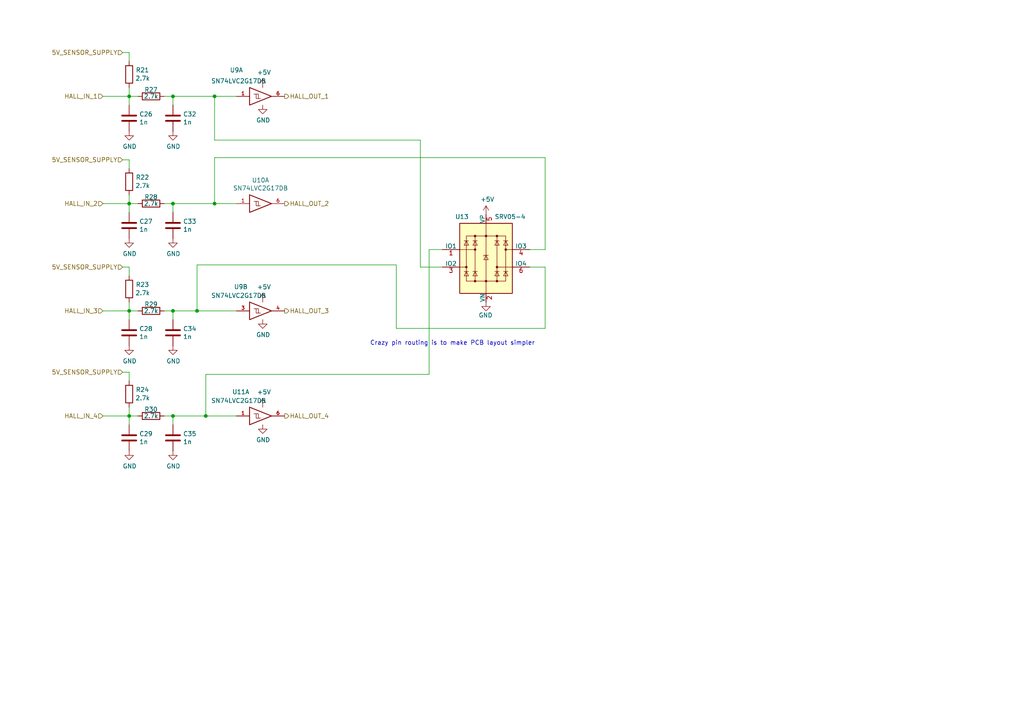
<source format=kicad_sch>
(kicad_sch (version 20230121) (generator eeschema)
  (paper "A4")
  (title_block (title "rusEfi Proteus") (date "2022-04-09") (rev "v0.7") (company "rusEFI") (comment 1 "github.com/mck1117/proteus") (comment 2 "rusefi.com/s/proteus"))
  (lib_symbols
    (symbol "74xGxx:74LVC2G17" (pin_names (offset 1.016))
      (property "Reference" "U" (at -2.54 3.81 0))
      (property "Value" "74LVC2G17" (at 0 -3.81 0))
      (symbol "74LVC2G17_0_1"
        (polyline (pts (xy -1.905 0.635) (xy -1.27 0.635) (xy -1.27 -0.635)))
        (polyline (pts (xy -3.81 2.54) (xy -3.81 -2.54) (xy 2.54 0) (xy -3.81 2.54)) (stroke (width 0.254)))
        (polyline (pts (xy -2.54 0.635) (xy -1.905 0.635) (xy -1.905 -0.635) (xy -0.635 -0.635)))
        (pin power_in line (at 0 -2.54 270) (length 0) hide (name "GND") (number "2"))
        (pin power_in line (at 0 2.54 90) (length 0) hide (name "VCC") (number "5"))
      )
      (symbol "74LVC2G17_1_1"
        (pin input line (at -7.62 0 0) (length 3.81) (name "~") (number "1"))
        (pin output line (at 6.35 0 180) (length 3.81) (name "~") (number "6"))
      )
      (symbol "74LVC2G17_2_1"
        (pin input line (at -7.62 0 0) (length 3.81) (name "~") (number "3"))
        (pin output line (at 6.35 0 180) (length 3.81) (name "~") (number "4"))
      )
    )
    (symbol "Device:C" (pin_numbers hide) (pin_names (offset 0.254))
      (property "Reference" "C" (at 0.635 2.54 0))
      (property "Value" "C" (at 0.635 -2.54 0))
      (symbol "C_0_1"
        (polyline (pts (xy -2.032 -0.762) (xy 2.032 -0.762)) (stroke (width 0.508)))
        (polyline (pts (xy -2.032 0.762) (xy 2.032 0.762)) (stroke (width 0.508)))
      )
      (symbol "C_1_1"
        (pin passive line (at 0 3.81 270) (length 2.794) (name "~") (number "1"))
        (pin passive line (at 0 -3.81 90) (length 2.794) (name "~") (number "2"))
      )
    )
    (symbol "Device:R" (pin_numbers hide) (pin_names (offset 0))
      (property "Reference" "R" (at 2.032 0 90))
      (property "Value" "R" (at 0 0 90))
      (symbol "R_0_1"
        (rectangle (start -1.016 -2.54) (end 1.016 2.54) (stroke (width 0.254)))
      )
      (symbol "R_1_1"
        (pin passive line (at 0 3.81 270) (length 1.27) (name "~") (number "1"))
        (pin passive line (at 0 -3.81 90) (length 1.27) (name "~") (number "2"))
      )
    )
    (symbol "Power_Protection:SRV05-4" (pin_names (offset 0))
      (property "Reference" "U" (at -5.08 11.43 0))
      (property "Value" "SRV05-4" (at 2.54 11.43 0))
      (symbol "SRV05-4_0_0"
        (rectangle (start -5.715 6.477) (end 5.715 -6.604))
        (polyline (pts (xy -3.175 -6.604) (xy -3.175 6.477)))
        (polyline (pts (xy 3.175 6.477) (xy 3.175 -6.604)))
      )
      (symbol "SRV05-4_0_1"
        (rectangle (start -7.62 10.16) (end 7.62 -10.16) (stroke (width 0.254)) (fill (type background)))
        (circle (center -5.715 -2.54) (radius 0.2794) (fill (type outline)))
        (circle (center -3.175 -6.604) (radius 0.2794) (fill (type outline)))
        (circle (center -3.175 2.54) (radius 0.2794) (fill (type outline)))
        (circle (center -3.175 6.477) (radius 0.2794) (fill (type outline)))
        (circle (center 0 -6.604) (radius 0.2794) (fill (type outline)))
        (polyline (pts (xy -7.747 2.54) (xy -3.175 2.54)))
        (polyline (pts (xy -7.62 -2.54) (xy -5.715 -2.54)))
        (polyline (pts (xy -5.08 -3.81) (xy -6.35 -3.81)))
        (polyline (pts (xy -5.08 5.08) (xy -6.35 5.08)))
        (polyline (pts (xy -2.54 -3.81) (xy -3.81 -3.81)))
        (polyline (pts (xy -2.54 5.08) (xy -3.81 5.08)))
        (polyline (pts (xy 0 10.16) (xy 0 -10.16)))
        (polyline (pts (xy 3.81 -3.81) (xy 2.54 -3.81)))
        (polyline (pts (xy 3.81 5.08) (xy 2.54 5.08)))
        (polyline (pts (xy 6.35 -3.81) (xy 5.08 -3.81)))
        (polyline (pts (xy 6.35 5.08) (xy 5.08 5.08)))
        (polyline (pts (xy 7.62 -2.54) (xy 3.175 -2.54)))
        (polyline (pts (xy 7.62 2.54) (xy 5.715 2.54)))
        (polyline (pts (xy 0.635 0.889) (xy -0.635 0.889) (xy -0.635 0.635)))
        (polyline (pts (xy -5.08 -5.08) (xy -6.35 -5.08) (xy -5.715 -3.81) (xy -5.08 -5.08)))
        (polyline (pts (xy -5.08 3.81) (xy -6.35 3.81) (xy -5.715 5.08) (xy -5.08 3.81)))
        (polyline (pts (xy -2.54 -5.08) (xy -3.81 -5.08) (xy -3.175 -3.81) (xy -2.54 -5.08)))
        (polyline (pts (xy -2.54 3.81) (xy -3.81 3.81) (xy -3.175 5.08) (xy -2.54 3.81)))
        (polyline (pts (xy 0.635 -0.381) (xy -0.635 -0.381) (xy 0 0.889) (xy 0.635 -0.381)))
        (polyline (pts (xy 3.81 -5.08) (xy 2.54 -5.08) (xy 3.175 -3.81) (xy 3.81 -5.08)))
        (polyline (pts (xy 3.81 3.81) (xy 2.54 3.81) (xy 3.175 5.08) (xy 3.81 3.81)))
        (polyline (pts (xy 6.35 -5.08) (xy 5.08 -5.08) (xy 5.715 -3.81) (xy 6.35 -5.08)))
        (polyline (pts (xy 6.35 3.81) (xy 5.08 3.81) (xy 5.715 5.08) (xy 6.35 3.81)))
        (circle (center 0 6.477) (radius 0.2794) (fill (type outline)))
        (circle (center 3.175 -6.604) (radius 0.2794) (fill (type outline)))
        (circle (center 3.175 -2.54) (radius 0.2794) (fill (type outline)))
        (circle (center 3.175 6.477) (radius 0.2794) (fill (type outline)))
        (circle (center 5.715 2.54) (radius 0.2794) (fill (type outline)))
      )
      (symbol "SRV05-4_1_1"
        (pin passive line (at -12.7 2.54 0) (length 5.08) (name "IO1") (number "1"))
        (pin passive line (at 0 -12.7 90) (length 2.54) (name "VN") (number "2"))
        (pin passive line (at -12.7 -2.54 0) (length 5.08) (name "IO2") (number "3"))
        (pin passive line (at 12.7 2.54 180) (length 5.08) (name "IO3") (number "4"))
        (pin passive line (at 0 12.7 270) (length 2.54) (name "VP") (number "5"))
        (pin passive line (at 12.7 -2.54 180) (length 5.08) (name "IO4") (number "6"))
      )
    )
    (symbol "power:+5V" (power) (pin_names (offset 0))
      (property "Value" "+5V" (at 0 3.556 0))
      (symbol "+5V_0_1"
        (polyline (pts (xy -0.762 1.27) (xy 0 2.54)))
        (polyline (pts (xy 0 0) (xy 0 2.54)))
        (polyline (pts (xy 0 2.54) (xy 0.762 1.27)))
      )
      (symbol "+5V_1_1"
        (pin power_in line (at 0 0 90) (length 0) hide (name "+5V") (number "1"))
      )
    )
    (symbol "power:GND" (power) (pin_names (offset 0))
      (property "Value" "GND" (at 0 -3.81 0))
      (symbol "GND_0_1"
        (polyline (pts (xy 0 0) (xy 0 -1.27) (xy 1.27 -1.27) (xy 0 -2.54) (xy -1.27 -1.27) (xy 0 -1.27)))
      )
      (symbol "GND_1_1"
        (pin power_in line (at 0 0 270) (length 0) hide (name "GND") (number "1"))
      )
    )
  )
  (junction (at 37.465 120.65))
  (junction (at 50.165 90.17))
  (junction (at 37.465 90.17))
  (junction (at 50.165 120.65))
  (junction (at 62.23 27.94))
  (junction (at 37.465 59.055))
  (junction (at 59.69 120.65))
  (junction (at 50.165 27.94))
  (junction (at 37.465 27.94))
  (junction (at 62.23 59.055))
  (junction (at 50.165 59.055))
  (junction (at 57.15 90.17))
  (wire (pts (xy 50.165 59.055) (xy 47.625 59.055)))
  (wire (pts (xy 37.465 77.47) (xy 37.465 80.01)))
  (wire (pts (xy 37.465 15.24) (xy 37.465 17.78)))
  (wire (pts (xy 50.165 90.17) (xy 50.165 92.71)))
  (wire (pts (xy 29.845 90.17) (xy 37.465 90.17)))
  (wire (pts (xy 62.23 45.72) (xy 158.115 45.72)))
  (wire (pts (xy 37.465 123.19) (xy 37.465 120.65)))
  (wire (pts (xy 62.23 27.94) (xy 68.58 27.94)))
  (wire (pts (xy 62.23 59.055) (xy 68.58 59.055)))
  (wire (pts (xy 50.165 120.65) (xy 50.165 123.19)))
  (wire (pts (xy 124.46 108.585) (xy 124.46 72.39)))
  (wire (pts (xy 29.845 27.94) (xy 37.465 27.94)))
  (wire (pts (xy 50.165 27.94) (xy 50.165 30.48)))
  (wire (pts (xy 37.465 59.055) (xy 40.005 59.055)))
  (wire (pts (xy 62.23 40.64) (xy 121.92 40.64)))
  (wire (pts (xy 50.165 59.055) (xy 50.165 61.595)))
  (wire (pts (xy 35.56 46.355) (xy 37.465 46.355)))
  (wire (pts (xy 29.845 59.055) (xy 37.465 59.055)))
  (wire (pts (xy 50.165 120.65) (xy 59.69 120.65)))
  (wire (pts (xy 121.92 40.64) (xy 121.92 77.47)))
  (wire (pts (xy 35.56 15.24) (xy 37.465 15.24)))
  (wire (pts (xy 158.115 95.25) (xy 158.115 77.47)))
  (wire (pts (xy 59.69 108.585) (xy 124.46 108.585)))
  (wire (pts (xy 35.56 77.47) (xy 37.465 77.47)))
  (wire (pts (xy 158.115 45.72) (xy 158.115 72.39)))
  (wire (pts (xy 158.115 72.39) (xy 153.67 72.39)))
  (wire (pts (xy 37.465 118.11) (xy 37.465 120.65)))
  (wire (pts (xy 37.465 46.355) (xy 37.465 48.895)))
  (wire (pts (xy 50.165 59.055) (xy 62.23 59.055)))
  (wire (pts (xy 37.465 27.94) (xy 40.005 27.94)))
  (wire (pts (xy 158.115 77.47) (xy 153.67 77.47)))
  (wire (pts (xy 37.465 90.17) (xy 40.005 90.17)))
  (wire (pts (xy 121.92 77.47) (xy 128.27 77.47)))
  (wire (pts (xy 50.165 90.17) (xy 57.15 90.17)))
  (wire (pts (xy 37.465 107.95) (xy 37.465 110.49)))
  (wire (pts (xy 37.465 25.4) (xy 37.465 27.94)))
  (wire (pts (xy 50.165 90.17) (xy 47.625 90.17)))
  (wire (pts (xy 124.46 72.39) (xy 128.27 72.39)))
  (wire (pts (xy 59.69 120.65) (xy 68.58 120.65)))
  (wire (pts (xy 50.165 27.94) (xy 47.625 27.94)))
  (wire (pts (xy 37.465 87.63) (xy 37.465 90.17)))
  (wire (pts (xy 50.165 120.65) (xy 47.625 120.65)))
  (wire (pts (xy 59.69 108.585) (xy 59.69 120.65)))
  (wire (pts (xy 62.23 27.94) (xy 62.23 40.64)))
  (wire (pts (xy 37.465 92.71) (xy 37.465 90.17)))
  (wire (pts (xy 57.15 76.835) (xy 114.935 76.835)))
  (wire (pts (xy 62.23 59.055) (xy 62.23 45.72)))
  (wire (pts (xy 50.165 27.94) (xy 62.23 27.94)))
  (wire (pts (xy 37.465 30.48) (xy 37.465 27.94)))
  (wire (pts (xy 57.15 90.17) (xy 68.58 90.17)))
  (wire (pts (xy 37.465 61.595) (xy 37.465 59.055)))
  (wire (pts (xy 114.935 76.835) (xy 114.935 95.25)))
  (wire (pts (xy 37.465 56.515) (xy 37.465 59.055)))
  (wire (pts (xy 29.845 120.65) (xy 37.465 120.65)))
  (wire (pts (xy 57.15 90.17) (xy 57.15 76.835)))
  (wire (pts (xy 114.935 95.25) (xy 158.115 95.25)))
  (wire (pts (xy 37.465 120.65) (xy 40.005 120.65)))
  (wire (pts (xy 35.56 107.95) (xy 37.465 107.95)))
  (text "Crazy pin routing is to make PCB layout simpler" (at 107.315 100.33 0) (effects (font (size 1.27 1.27)) (justify left bottom)))
  (hierarchical_label "5V_SENSOR_SUPPLY" (shape input) (at 35.56 15.24 180))
  (hierarchical_label "HALL_OUT_3" (shape output) (at 82.55 90.17 0))
  (hierarchical_label "HALL_IN_4" (shape input) (at 29.845 120.65 180))
  (hierarchical_label "5V_SENSOR_SUPPLY" (shape input) (at 35.56 107.95 180))
  (hierarchical_label "HALL_OUT_1" (shape output) (at 82.55 27.94 0))
  (hierarchical_label "HALL_IN_2" (shape input) (at 29.845 59.055 180))
  (hierarchical_label "5V_SENSOR_SUPPLY" (shape input) (at 35.56 46.355 180))
  (hierarchical_label "HALL_IN_3" (shape input) (at 29.845 90.17 180))
  (hierarchical_label "5V_SENSOR_SUPPLY" (shape input) (at 35.56 77.47 180))
  (hierarchical_label "HALL_OUT_2" (shape output) (at 82.55 59.055 0))
  (hierarchical_label "HALL_OUT_4" (shape output) (at 82.55 120.65 0))
  (hierarchical_label "HALL_IN_1" (shape input) (at 29.845 27.94 180))
  (symbol (lib_id "Device:R") (at 37.465 21.59 0) (unit 1)
    (property "Reference" "R21" (at 39.37 20.32 0) (effects (justify left)))
    (property "Value" "2.7k" (at 39.243 22.733 0) (effects (justify left)))
    (property "Footprint" "Resistor_SMD:R_0603_1608Metric" (effects hide))
    (property "LCSC" "C13167" (effects hide))
    (property "LCSC_ext" "0" (effects hide))
  )
  (symbol (lib_id "Device:R") (at 43.815 27.94 270) (unit 1)
    (property "Reference" "R27" (at 43.815 26.035 90))
    (property "Value" "2.7k" (at 43.815 27.94 90))
    (property "Footprint" "Resistor_SMD:R_0603_1608Metric" (effects hide))
    (property "LCSC" "C13167" (effects hide))
    (property "LCSC_ext" "0" (effects hide))
  )
  (symbol (lib_id "Device:C") (at 50.165 34.29 0) (unit 1)
    (property "Reference" "C32" (at 53.086 33.1216 0) (effects (justify left)))
    (property "Value" "1n" (at 53.086 35.433 0) (effects (justify left)))
    (property "Footprint" "Capacitor_SMD:C_0603_1608Metric" (effects hide))
    (property "LCSC" "C1588" (effects hide))
    (property "LCSC_ext" "0" (effects hide))
  )
  (symbol (lib_id "power:GND") (at 50.165 38.1 0) (unit 1)
    (property "Reference" "#PWR069" (effects hide))
    (property "Value" "GND" (at 50.292 42.4942 0))
  )
  (symbol (lib_id "Device:C") (at 37.465 34.29 0) (unit 1)
    (property "Reference" "C26" (at 40.386 33.1216 0) (effects (justify left)))
    (property "Value" "1n" (at 40.386 35.433 0) (effects (justify left)))
    (property "Footprint" "Capacitor_SMD:C_0603_1608Metric" (effects hide))
    (property "LCSC" "C1588" (effects hide))
    (property "LCSC_ext" "0" (effects hide))
  )
  (symbol (lib_id "power:GND") (at 37.465 38.1 0) (unit 1)
    (property "Reference" "#PWR063" (effects hide))
    (property "Value" "GND" (at 37.592 42.4942 0))
  )
  (symbol (lib_id "Device:R") (at 37.465 52.705 0) (unit 1)
    (property "Reference" "R22" (at 39.37 51.435 0) (effects (justify left)))
    (property "Value" "2.7k" (at 39.243 53.848 0) (effects (justify left)))
    (property "Footprint" "Resistor_SMD:R_0603_1608Metric" (effects hide))
    (property "LCSC" "C13167" (effects hide))
    (property "LCSC_ext" "0" (effects hide))
  )
  (symbol (lib_id "Device:R") (at 43.815 59.055 270) (unit 1)
    (property "Reference" "R28" (at 43.815 57.15 90))
    (property "Value" "2.7k" (at 43.815 59.055 90))
    (property "Footprint" "Resistor_SMD:R_0603_1608Metric" (effects hide))
    (property "LCSC" "C13167" (effects hide))
    (property "LCSC_ext" "0" (effects hide))
  )
  (symbol (lib_id "Device:C") (at 50.165 65.405 0) (unit 1)
    (property "Reference" "C33" (at 53.086 64.2366 0) (effects (justify left)))
    (property "Value" "1n" (at 53.086 66.548 0) (effects (justify left)))
    (property "Footprint" "Capacitor_SMD:C_0603_1608Metric" (effects hide))
    (property "LCSC" "C1588" (effects hide))
    (property "LCSC_ext" "0" (effects hide))
  )
  (symbol (lib_id "power:GND") (at 50.165 69.215 0) (unit 1)
    (property "Reference" "#PWR070" (effects hide))
    (property "Value" "GND" (at 50.292 73.6092 0))
  )
  (symbol (lib_id "Device:C") (at 37.465 65.405 0) (unit 1)
    (property "Reference" "C27" (at 40.386 64.2366 0) (effects (justify left)))
    (property "Value" "1n" (at 40.386 66.548 0) (effects (justify left)))
    (property "Footprint" "Capacitor_SMD:C_0603_1608Metric" (effects hide))
    (property "LCSC" "C1588" (effects hide))
    (property "LCSC_ext" "0" (effects hide))
  )
  (symbol (lib_id "power:GND") (at 37.465 69.215 0) (unit 1)
    (property "Reference" "#PWR064" (effects hide))
    (property "Value" "GND" (at 37.592 73.6092 0))
  )
  (symbol (lib_id "Device:R") (at 37.465 83.82 0) (unit 1)
    (property "Reference" "R23" (at 39.37 82.55 0) (effects (justify left)))
    (property "Value" "2.7k" (at 39.243 84.963 0) (effects (justify left)))
    (property "Footprint" "Resistor_SMD:R_0603_1608Metric" (effects hide))
    (property "LCSC" "C13167" (effects hide))
    (property "LCSC_ext" "0" (effects hide))
  )
  (symbol (lib_id "Device:R") (at 43.815 90.17 270) (unit 1)
    (property "Reference" "R29" (at 43.815 88.265 90))
    (property "Value" "2.7k" (at 43.815 90.17 90))
    (property "Footprint" "Resistor_SMD:R_0603_1608Metric" (effects hide))
    (property "LCSC" "C13167" (effects hide))
    (property "LCSC_ext" "0" (effects hide))
  )
  (symbol (lib_id "Device:C") (at 50.165 96.52 0) (unit 1)
    (property "Reference" "C34" (at 53.086 95.3516 0) (effects (justify left)))
    (property "Value" "1n" (at 53.086 97.663 0) (effects (justify left)))
    (property "Footprint" "Capacitor_SMD:C_0603_1608Metric" (effects hide))
    (property "LCSC" "C1588" (effects hide))
    (property "LCSC_ext" "0" (effects hide))
  )
  (symbol (lib_id "power:GND") (at 50.165 100.33 0) (unit 1)
    (property "Reference" "#PWR071" (effects hide))
    (property "Value" "GND" (at 50.292 104.7242 0))
  )
  (symbol (lib_id "Device:C") (at 37.465 96.52 0) (unit 1)
    (property "Reference" "C28" (at 40.386 95.3516 0) (effects (justify left)))
    (property "Value" "1n" (at 40.386 97.663 0) (effects (justify left)))
    (property "Footprint" "Capacitor_SMD:C_0603_1608Metric" (effects hide))
    (property "LCSC" "C1588" (effects hide))
    (property "LCSC_ext" "0" (effects hide))
  )
  (symbol (lib_id "power:GND") (at 37.465 100.33 0) (unit 1)
    (property "Reference" "#PWR065" (effects hide))
    (property "Value" "GND" (at 37.592 104.7242 0))
  )
  (symbol (lib_id "Device:R") (at 37.465 114.3 0) (unit 1)
    (property "Reference" "R24" (at 39.37 113.03 0) (effects (justify left)))
    (property "Value" "2.7k" (at 39.243 115.443 0) (effects (justify left)))
    (property "Footprint" "Resistor_SMD:R_0603_1608Metric" (effects hide))
    (property "LCSC" "C13167" (effects hide))
    (property "LCSC_ext" "0" (effects hide))
  )
  (symbol (lib_id "Device:R") (at 43.815 120.65 270) (unit 1)
    (property "Reference" "R30" (at 43.815 118.745 90))
    (property "Value" "2.7k" (at 43.815 120.65 90))
    (property "Footprint" "Resistor_SMD:R_0603_1608Metric" (effects hide))
    (property "LCSC" "C13167" (effects hide))
    (property "LCSC_ext" "0" (effects hide))
  )
  (symbol (lib_id "Device:C") (at 50.165 127 0) (unit 1)
    (property "Reference" "C35" (at 53.086 125.8316 0) (effects (justify left)))
    (property "Value" "1n" (at 53.086 128.143 0) (effects (justify left)))
    (property "Footprint" "Capacitor_SMD:C_0603_1608Metric" (effects hide))
    (property "LCSC" "C1588" (effects hide))
    (property "LCSC_ext" "0" (effects hide))
  )
  (symbol (lib_id "power:GND") (at 50.165 130.81 0) (unit 1)
    (property "Reference" "#PWR072" (effects hide))
    (property "Value" "GND" (at 50.292 135.2042 0))
  )
  (symbol (lib_id "Device:C") (at 37.465 127 0) (unit 1)
    (property "Reference" "C29" (at 40.386 125.8316 0) (effects (justify left)))
    (property "Value" "1n" (at 40.386 128.143 0) (effects (justify left)))
    (property "Footprint" "Capacitor_SMD:C_0603_1608Metric" (effects hide))
    (property "LCSC" "C1588" (effects hide))
    (property "LCSC_ext" "0" (effects hide))
  )
  (symbol (lib_id "power:GND") (at 37.465 130.81 0) (unit 1)
    (property "Reference" "#PWR066" (effects hide))
    (property "Value" "GND" (at 37.592 135.2042 0))
  )
  (symbol (lib_id "74xGxx:74LVC2G17") (at 76.2 90.17 0) (unit 2)
    (property "Reference" "U9" (at 69.85 83.185 0))
    (property "Value" "SN74LVC2G17DB" (at 69.215 85.725 0))
    (property "Footprint" "Package_TO_SOT_SMD:SOT-23-6" (effects hide))
    (property "Datasheet" "http://www.ti.com/lit/sg/scyt129e/scyt129e.pdf" (effects hide))
    (property "LCSC" "C10429" (effects hide))
    (property "LCSC_ext" "1" (effects hide))
    (property "PN" "74HC2G17GW" (effects hide))
  )
  (symbol (lib_id "74xGxx:74LVC2G17") (at 76.2 59.055 0) (unit 1)
    (property "Reference" "U10" (at 75.565 52.2732 0))
    (property "Value" "SN74LVC2G17DB" (at 75.565 54.5846 0))
    (property "Footprint" "Package_TO_SOT_SMD:SOT-23-6" (effects hide))
    (property "Datasheet" "http://www.ti.com/lit/sg/scyt129e/scyt129e.pdf" (effects hide))
    (property "LCSC" "C10429" (effects hide))
    (property "LCSC_ext" "1" (effects hide))
    (property "PN" "74HC2G17GW" (effects hide))
  )
  (symbol (lib_id "power:GND") (at 76.2 92.71 0) (unit 1)
    (property "Reference" "#PWR078" (effects hide))
    (property "Value" "GND" (at 76.327 97.1042 0))
  )
  (symbol (lib_id "74xGxx:74LVC2G17") (at 76.2 27.94 0) (unit 1)
    (property "Reference" "U9" (at 68.58 20.32 0))
    (property "Value" "SN74LVC2G17DB" (at 69.215 23.495 0))
    (property "Footprint" "Package_TO_SOT_SMD:SOT-23-6" (effects hide))
    (property "Datasheet" "http://www.ti.com/lit/sg/scyt129e/scyt129e.pdf" (effects hide))
    (property "LCSC" "C10429" (effects hide))
    (property "LCSC_ext" "1" (effects hide))
    (property "PN" "74HC2G17GW" (effects hide))
  )
  (symbol (lib_id "power:GND") (at 76.2 30.48 0) (unit 1)
    (property "Reference" "#PWR076" (effects hide))
    (property "Value" "GND" (at 76.327 34.8742 0))
  )
  (symbol (lib_id "74xGxx:74LVC2G17") (at 76.2 120.65 0) (unit 1)
    (property "Reference" "U11" (at 69.85 113.665 0))
    (property "Value" "SN74LVC2G17DB" (at 69.215 116.205 0))
    (property "Footprint" "Package_TO_SOT_SMD:SOT-23-6" (effects hide))
    (property "Datasheet" "http://www.ti.com/lit/sg/scyt129e/scyt129e.pdf" (effects hide))
    (property "LCSC" "C10429" (effects hide))
    (property "LCSC_ext" "1" (effects hide))
    (property "PN" "74HC2G17GW" (effects hide))
  )
  (symbol (lib_id "power:GND") (at 76.2 123.19 0) (unit 1)
    (property "Reference" "#PWR080" (effects hide))
    (property "Value" "GND" (at 76.327 127.5842 0))
  )
  (symbol (lib_id "power:+5V") (at 76.2 118.11 0) (unit 1)
    (property "Reference" "#PWR079" (effects hide))
    (property "Value" "+5V" (at 76.581 113.7158 0))
  )
  (symbol (lib_id "power:+5V") (at 76.2 87.63 0) (unit 1)
    (property "Reference" "#PWR077" (effects hide))
    (property "Value" "+5V" (at 76.581 83.2358 0))
  )
  (symbol (lib_id "power:+5V") (at 76.2 25.4 0) (unit 1)
    (property "Reference" "#PWR075" (effects hide))
    (property "Value" "+5V" (at 76.581 21.0058 0))
  )
  (symbol (lib_id "Power_Protection:SRV05-4") (at 140.97 74.93 0) (unit 1)
    (property "Reference" "U13" (at 133.985 62.865 0))
    (property "Value" "SRV05-4" (at 147.955 62.865 0))
    (property "Footprint" "Package_TO_SOT_SMD:SOT-23-6" (effects hide))
    (property "Datasheet" "http://www.onsemi.com/pub/Collateral/SRV05-4-D.PDF" (effects hide))
  )
  (symbol (lib_id "power:+5V") (at 140.97 62.23 0) (unit 1)
    (property "Reference" "#PWR083" (effects hide))
    (property "Value" "+5V" (at 141.351 57.8358 0))
  )
  (symbol (lib_id "power:GND") (at 140.97 87.63 0) (unit 1)
    (property "Reference" "#PWR084" (effects hide))
    (property "Value" "GND" (at 142.875 91.44 0) (effects (justify right)))
  )
)
</source>
